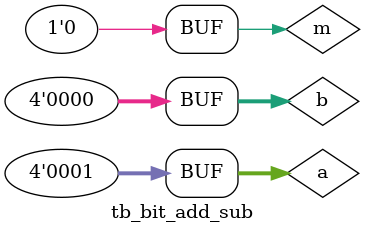
<source format=sv>
`timescale 1ns / 1ps


module tb_bit_add_sub;
 
    logic m, cout;
    logic [3:0] a,b,s;
    bit_add_sub G1(
    .m(m),
    .a(a), 
    .b(b), 
    .s(s), 
    .cout(cout)
    );

    initial begin
    $display("Time\t a\t b\t cin\t s\t cout");
    $display("-------------------");
    
    a=4'b0011;
    b=4'b0110;
    m=1'b1;
    #5
    a=4'b0001;
    b=4'b1000;
    m=1'b0;
    #5
    a=4'b1111;
    b=4'b0110;
    m=1'b1;
    #5
    a=4'b1011;
    b=4'b1110;
    m=1'b1;

    #5
    a=4'b0111;
    b=4'b0000;
    m=1'b1;

    #5
    a=4'b0001;
    b=4'b0000;
    m=1'b0;  
    end

endmodule

</source>
